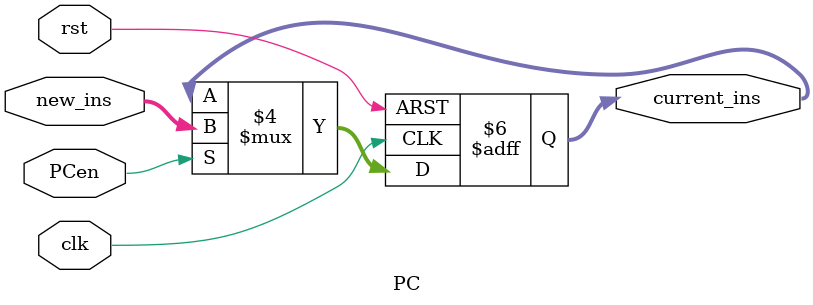
<source format=v>
`timescale 1ns / 1ps


module PC(
input clk,
input rst,
input PCen,
input [31:0] new_ins,
output reg [31:0] current_ins
);
initial begin
current_ins <= 0;
end
always@(posedge clk or posedge rst)
if (rst)
begin
current_ins <= 0;
end
else if(PCen)
begin 
current_ins <= new_ins;
end
else 
current_ins <= current_ins;
endmodule

</source>
